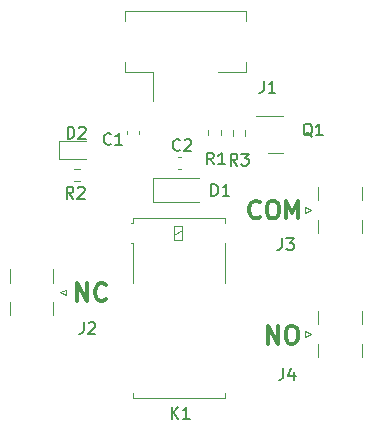
<source format=gbr>
%TF.GenerationSoftware,KiCad,Pcbnew,(6.0.1)*%
%TF.CreationDate,2022-02-13T11:50:17+00:00*%
%TF.ProjectId,Relay_RF_EE2,52656c61-795f-4524-965f-4545322e6b69,rev?*%
%TF.SameCoordinates,Original*%
%TF.FileFunction,Legend,Top*%
%TF.FilePolarity,Positive*%
%FSLAX46Y46*%
G04 Gerber Fmt 4.6, Leading zero omitted, Abs format (unit mm)*
G04 Created by KiCad (PCBNEW (6.0.1)) date 2022-02-13 11:50:17*
%MOMM*%
%LPD*%
G01*
G04 APERTURE LIST*
%ADD10C,0.300000*%
%ADD11C,0.150000*%
%ADD12C,0.120000*%
G04 APERTURE END LIST*
D10*
X105821428Y-125228571D02*
X105821428Y-123728571D01*
X106678571Y-125228571D01*
X106678571Y-123728571D01*
X108250000Y-125085714D02*
X108178571Y-125157142D01*
X107964285Y-125228571D01*
X107821428Y-125228571D01*
X107607142Y-125157142D01*
X107464285Y-125014285D01*
X107392857Y-124871428D01*
X107321428Y-124585714D01*
X107321428Y-124371428D01*
X107392857Y-124085714D01*
X107464285Y-123942857D01*
X107607142Y-123800000D01*
X107821428Y-123728571D01*
X107964285Y-123728571D01*
X108178571Y-123800000D01*
X108250000Y-123871428D01*
X121321428Y-118085714D02*
X121250000Y-118157142D01*
X121035714Y-118228571D01*
X120892857Y-118228571D01*
X120678571Y-118157142D01*
X120535714Y-118014285D01*
X120464285Y-117871428D01*
X120392857Y-117585714D01*
X120392857Y-117371428D01*
X120464285Y-117085714D01*
X120535714Y-116942857D01*
X120678571Y-116800000D01*
X120892857Y-116728571D01*
X121035714Y-116728571D01*
X121250000Y-116800000D01*
X121321428Y-116871428D01*
X122250000Y-116728571D02*
X122535714Y-116728571D01*
X122678571Y-116800000D01*
X122821428Y-116942857D01*
X122892857Y-117228571D01*
X122892857Y-117728571D01*
X122821428Y-118014285D01*
X122678571Y-118157142D01*
X122535714Y-118228571D01*
X122250000Y-118228571D01*
X122107142Y-118157142D01*
X121964285Y-118014285D01*
X121892857Y-117728571D01*
X121892857Y-117228571D01*
X121964285Y-116942857D01*
X122107142Y-116800000D01*
X122250000Y-116728571D01*
X123535714Y-118228571D02*
X123535714Y-116728571D01*
X124035714Y-117800000D01*
X124535714Y-116728571D01*
X124535714Y-118228571D01*
X121985714Y-128828571D02*
X121985714Y-127328571D01*
X122842857Y-128828571D01*
X122842857Y-127328571D01*
X123842857Y-127328571D02*
X124128571Y-127328571D01*
X124271428Y-127400000D01*
X124414285Y-127542857D01*
X124485714Y-127828571D01*
X124485714Y-128328571D01*
X124414285Y-128614285D01*
X124271428Y-128757142D01*
X124128571Y-128828571D01*
X123842857Y-128828571D01*
X123700000Y-128757142D01*
X123557142Y-128614285D01*
X123485714Y-128328571D01*
X123485714Y-127828571D01*
X123557142Y-127542857D01*
X123700000Y-127400000D01*
X123842857Y-127328571D01*
D11*
%TO.C,J2*%
X106366666Y-127002380D02*
X106366666Y-127716666D01*
X106319047Y-127859523D01*
X106223809Y-127954761D01*
X106080952Y-128002380D01*
X105985714Y-128002380D01*
X106795238Y-127097619D02*
X106842857Y-127050000D01*
X106938095Y-127002380D01*
X107176190Y-127002380D01*
X107271428Y-127050000D01*
X107319047Y-127097619D01*
X107366666Y-127192857D01*
X107366666Y-127288095D01*
X107319047Y-127430952D01*
X106747619Y-128002380D01*
X107366666Y-128002380D01*
%TO.C,R2*%
X105495833Y-116552380D02*
X105162500Y-116076190D01*
X104924404Y-116552380D02*
X104924404Y-115552380D01*
X105305357Y-115552380D01*
X105400595Y-115600000D01*
X105448214Y-115647619D01*
X105495833Y-115742857D01*
X105495833Y-115885714D01*
X105448214Y-115980952D01*
X105400595Y-116028571D01*
X105305357Y-116076190D01*
X104924404Y-116076190D01*
X105876785Y-115647619D02*
X105924404Y-115600000D01*
X106019642Y-115552380D01*
X106257738Y-115552380D01*
X106352976Y-115600000D01*
X106400595Y-115647619D01*
X106448214Y-115742857D01*
X106448214Y-115838095D01*
X106400595Y-115980952D01*
X105829166Y-116552380D01*
X106448214Y-116552380D01*
%TO.C,R1*%
X117383333Y-113652380D02*
X117050000Y-113176190D01*
X116811904Y-113652380D02*
X116811904Y-112652380D01*
X117192857Y-112652380D01*
X117288095Y-112700000D01*
X117335714Y-112747619D01*
X117383333Y-112842857D01*
X117383333Y-112985714D01*
X117335714Y-113080952D01*
X117288095Y-113128571D01*
X117192857Y-113176190D01*
X116811904Y-113176190D01*
X118335714Y-113652380D02*
X117764285Y-113652380D01*
X118050000Y-113652380D02*
X118050000Y-112652380D01*
X117954761Y-112795238D01*
X117859523Y-112890476D01*
X117764285Y-112938095D01*
%TO.C,C2*%
X114533333Y-112407142D02*
X114485714Y-112454761D01*
X114342857Y-112502380D01*
X114247619Y-112502380D01*
X114104761Y-112454761D01*
X114009523Y-112359523D01*
X113961904Y-112264285D01*
X113914285Y-112073809D01*
X113914285Y-111930952D01*
X113961904Y-111740476D01*
X114009523Y-111645238D01*
X114104761Y-111550000D01*
X114247619Y-111502380D01*
X114342857Y-111502380D01*
X114485714Y-111550000D01*
X114533333Y-111597619D01*
X114914285Y-111597619D02*
X114961904Y-111550000D01*
X115057142Y-111502380D01*
X115295238Y-111502380D01*
X115390476Y-111550000D01*
X115438095Y-111597619D01*
X115485714Y-111692857D01*
X115485714Y-111788095D01*
X115438095Y-111930952D01*
X114866666Y-112502380D01*
X115485714Y-112502380D01*
%TO.C,R3*%
X119383333Y-113752380D02*
X119050000Y-113276190D01*
X118811904Y-113752380D02*
X118811904Y-112752380D01*
X119192857Y-112752380D01*
X119288095Y-112800000D01*
X119335714Y-112847619D01*
X119383333Y-112942857D01*
X119383333Y-113085714D01*
X119335714Y-113180952D01*
X119288095Y-113228571D01*
X119192857Y-113276190D01*
X118811904Y-113276190D01*
X119716666Y-112752380D02*
X120335714Y-112752380D01*
X120002380Y-113133333D01*
X120145238Y-113133333D01*
X120240476Y-113180952D01*
X120288095Y-113228571D01*
X120335714Y-113323809D01*
X120335714Y-113561904D01*
X120288095Y-113657142D01*
X120240476Y-113704761D01*
X120145238Y-113752380D01*
X119859523Y-113752380D01*
X119764285Y-113704761D01*
X119716666Y-113657142D01*
%TO.C,C1*%
X108683333Y-111907142D02*
X108635714Y-111954761D01*
X108492857Y-112002380D01*
X108397619Y-112002380D01*
X108254761Y-111954761D01*
X108159523Y-111859523D01*
X108111904Y-111764285D01*
X108064285Y-111573809D01*
X108064285Y-111430952D01*
X108111904Y-111240476D01*
X108159523Y-111145238D01*
X108254761Y-111050000D01*
X108397619Y-111002380D01*
X108492857Y-111002380D01*
X108635714Y-111050000D01*
X108683333Y-111097619D01*
X109635714Y-112002380D02*
X109064285Y-112002380D01*
X109350000Y-112002380D02*
X109350000Y-111002380D01*
X109254761Y-111145238D01*
X109159523Y-111240476D01*
X109064285Y-111288095D01*
%TO.C,J1*%
X121616666Y-106602380D02*
X121616666Y-107316666D01*
X121569047Y-107459523D01*
X121473809Y-107554761D01*
X121330952Y-107602380D01*
X121235714Y-107602380D01*
X122616666Y-107602380D02*
X122045238Y-107602380D01*
X122330952Y-107602380D02*
X122330952Y-106602380D01*
X122235714Y-106745238D01*
X122140476Y-106840476D01*
X122045238Y-106888095D01*
%TO.C,J4*%
X123266666Y-130902380D02*
X123266666Y-131616666D01*
X123219047Y-131759523D01*
X123123809Y-131854761D01*
X122980952Y-131902380D01*
X122885714Y-131902380D01*
X124171428Y-131235714D02*
X124171428Y-131902380D01*
X123933333Y-130854761D02*
X123695238Y-131569047D01*
X124314285Y-131569047D01*
%TO.C,D2*%
X105011904Y-111472380D02*
X105011904Y-110472380D01*
X105250000Y-110472380D01*
X105392857Y-110520000D01*
X105488095Y-110615238D01*
X105535714Y-110710476D01*
X105583333Y-110900952D01*
X105583333Y-111043809D01*
X105535714Y-111234285D01*
X105488095Y-111329523D01*
X105392857Y-111424761D01*
X105250000Y-111472380D01*
X105011904Y-111472380D01*
X105964285Y-110567619D02*
X106011904Y-110520000D01*
X106107142Y-110472380D01*
X106345238Y-110472380D01*
X106440476Y-110520000D01*
X106488095Y-110567619D01*
X106535714Y-110662857D01*
X106535714Y-110758095D01*
X106488095Y-110900952D01*
X105916666Y-111472380D01*
X106535714Y-111472380D01*
%TO.C,Q1*%
X125717261Y-111297619D02*
X125622023Y-111250000D01*
X125526785Y-111154761D01*
X125383928Y-111011904D01*
X125288690Y-110964285D01*
X125193452Y-110964285D01*
X125241071Y-111202380D02*
X125145833Y-111154761D01*
X125050595Y-111059523D01*
X125002976Y-110869047D01*
X125002976Y-110535714D01*
X125050595Y-110345238D01*
X125145833Y-110250000D01*
X125241071Y-110202380D01*
X125431547Y-110202380D01*
X125526785Y-110250000D01*
X125622023Y-110345238D01*
X125669642Y-110535714D01*
X125669642Y-110869047D01*
X125622023Y-111059523D01*
X125526785Y-111154761D01*
X125431547Y-111202380D01*
X125241071Y-111202380D01*
X126622023Y-111202380D02*
X126050595Y-111202380D01*
X126336309Y-111202380D02*
X126336309Y-110202380D01*
X126241071Y-110345238D01*
X126145833Y-110440476D01*
X126050595Y-110488095D01*
%TO.C,J3*%
X123166666Y-119902380D02*
X123166666Y-120616666D01*
X123119047Y-120759523D01*
X123023809Y-120854761D01*
X122880952Y-120902380D01*
X122785714Y-120902380D01*
X123547619Y-119902380D02*
X124166666Y-119902380D01*
X123833333Y-120283333D01*
X123976190Y-120283333D01*
X124071428Y-120330952D01*
X124119047Y-120378571D01*
X124166666Y-120473809D01*
X124166666Y-120711904D01*
X124119047Y-120807142D01*
X124071428Y-120854761D01*
X123976190Y-120902380D01*
X123690476Y-120902380D01*
X123595238Y-120854761D01*
X123547619Y-120807142D01*
%TO.C,K1*%
X113811904Y-135202380D02*
X113811904Y-134202380D01*
X114383333Y-135202380D02*
X113954761Y-134630952D01*
X114383333Y-134202380D02*
X113811904Y-134773809D01*
X115335714Y-135202380D02*
X114764285Y-135202380D01*
X115050000Y-135202380D02*
X115050000Y-134202380D01*
X114954761Y-134345238D01*
X114859523Y-134440476D01*
X114764285Y-134488095D01*
%TO.C,D1*%
X117186904Y-116327380D02*
X117186904Y-115327380D01*
X117425000Y-115327380D01*
X117567857Y-115375000D01*
X117663095Y-115470238D01*
X117710714Y-115565476D01*
X117758333Y-115755952D01*
X117758333Y-115898809D01*
X117710714Y-116089285D01*
X117663095Y-116184523D01*
X117567857Y-116279761D01*
X117425000Y-116327380D01*
X117186904Y-116327380D01*
X118710714Y-116327380D02*
X118139285Y-116327380D01*
X118425000Y-116327380D02*
X118425000Y-115327380D01*
X118329761Y-115470238D01*
X118234523Y-115565476D01*
X118139285Y-115613095D01*
D12*
%TO.C,J2*%
X104860000Y-124750000D02*
X104860000Y-124250000D01*
X103810000Y-125340000D02*
X103810000Y-126450000D01*
X104860000Y-124250000D02*
X104360000Y-124500000D01*
X104360000Y-124500000D02*
X104860000Y-124750000D01*
X100100000Y-122550000D02*
X100100000Y-123660000D01*
X103810000Y-122550000D02*
X103810000Y-123660000D01*
X100100000Y-125340000D02*
X100100000Y-126450000D01*
%TO.C,R2*%
X106024758Y-115072500D02*
X105550242Y-115072500D01*
X106024758Y-114027500D02*
X105550242Y-114027500D01*
%TO.C,R1*%
X117972500Y-111187258D02*
X117972500Y-110712742D01*
X116927500Y-111187258D02*
X116927500Y-110712742D01*
%TO.C,C2*%
X114615580Y-113065000D02*
X114334420Y-113065000D01*
X114615580Y-114085000D02*
X114334420Y-114085000D01*
%TO.C,R3*%
X120022500Y-110762742D02*
X120022500Y-111237258D01*
X118977500Y-110762742D02*
X118977500Y-111237258D01*
%TO.C,C1*%
X110040000Y-111090580D02*
X110040000Y-110809420D01*
X111060000Y-111090580D02*
X111060000Y-110809420D01*
%TO.C,J1*%
X112240000Y-105860000D02*
X112240000Y-108250000D01*
X109915000Y-105010000D02*
X109915000Y-105860000D01*
X109915000Y-101490000D02*
X109915000Y-100640000D01*
X120085000Y-100640000D02*
X120085000Y-101490000D01*
X120085000Y-105010000D02*
X120085000Y-105860000D01*
X120085000Y-105860000D02*
X117760000Y-105860000D01*
X109915000Y-100640000D02*
X120085000Y-100640000D01*
X109915000Y-105860000D02*
X112240000Y-105860000D01*
%TO.C,J4*%
X129900000Y-129950000D02*
X129900000Y-128840000D01*
X125140000Y-128250000D02*
X125640000Y-128000000D01*
X126190000Y-129950000D02*
X126190000Y-128840000D01*
X129900000Y-127160000D02*
X129900000Y-126050000D01*
X125640000Y-128000000D02*
X125140000Y-127750000D01*
X125140000Y-127750000D02*
X125140000Y-128250000D01*
X126190000Y-127160000D02*
X126190000Y-126050000D01*
%TO.C,D2*%
X106550000Y-111715000D02*
X104265000Y-111715000D01*
X104265000Y-113185000D02*
X106550000Y-113185000D01*
X104265000Y-111715000D02*
X104265000Y-113185000D01*
%TO.C,Q1*%
X122600000Y-112710000D02*
X121950000Y-112710000D01*
X122600000Y-109590000D02*
X120925000Y-109590000D01*
X122600000Y-112710000D02*
X123250000Y-112710000D01*
X122600000Y-109590000D02*
X123250000Y-109590000D01*
%TO.C,J3*%
X125140000Y-117250000D02*
X125140000Y-117750000D01*
X129900000Y-119450000D02*
X129900000Y-118340000D01*
X129900000Y-116660000D02*
X129900000Y-115550000D01*
X126190000Y-119450000D02*
X126190000Y-118340000D01*
X125140000Y-117750000D02*
X125640000Y-117500000D01*
X126190000Y-116660000D02*
X126190000Y-115550000D01*
X125640000Y-117500000D02*
X125140000Y-117250000D01*
%TO.C,K1*%
X118340000Y-120280000D02*
X118340000Y-123700000D01*
X110560000Y-118620000D02*
X110370000Y-118620000D01*
X110560000Y-120280000D02*
X110370000Y-120280000D01*
X114740000Y-120050000D02*
X114740000Y-118850000D01*
X114040000Y-118850000D02*
X114040000Y-120050000D01*
X118340000Y-118160000D02*
X110560000Y-118160000D01*
X118340000Y-118160000D02*
X118340000Y-118620000D01*
X110560000Y-118160000D02*
X110560000Y-118620000D01*
X110560000Y-120280000D02*
X110560000Y-123700000D01*
X118340000Y-133440000D02*
X110560000Y-133440000D01*
X114040000Y-120050000D02*
X114740000Y-120050000D01*
X110560000Y-132980000D02*
X110560000Y-133440000D01*
X114040000Y-119650000D02*
X114740000Y-119250000D01*
X118340000Y-132980000D02*
X118340000Y-133440000D01*
X114740000Y-118850000D02*
X114040000Y-118850000D01*
%TO.C,D1*%
X112225000Y-116825000D02*
X116125000Y-116825000D01*
X112225000Y-114825000D02*
X116125000Y-114825000D01*
X112225000Y-114825000D02*
X112225000Y-116825000D01*
%TD*%
M02*

</source>
